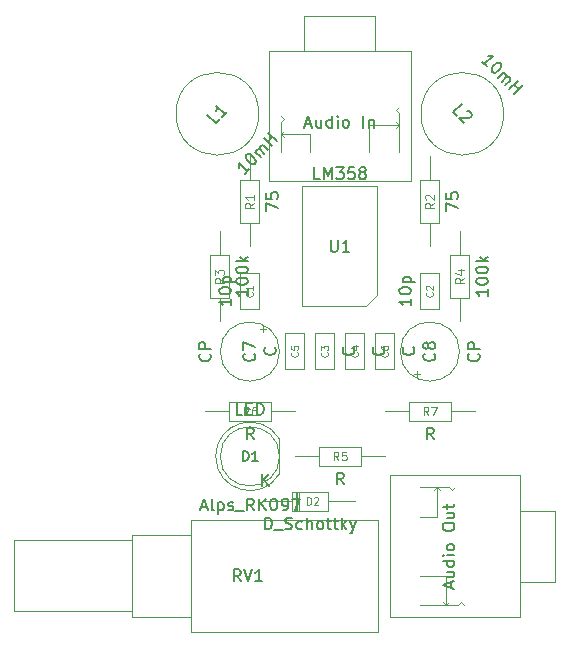
<source format=gbr>
G04 #@! TF.GenerationSoftware,KiCad,Pcbnew,5.0.1*
G04 #@! TF.CreationDate,2018-10-18T13:45:59+02:00*
G04 #@! TF.ProjectId,MicroFlux,4D6963726F466C75782E6B696361645F,rev?*
G04 #@! TF.SameCoordinates,Original*
G04 #@! TF.FileFunction,Other,Fab,Top*
%FSLAX46Y46*%
G04 Gerber Fmt 4.6, Leading zero omitted, Abs format (unit mm)*
G04 Created by KiCad (PCBNEW 5.0.1) date Thu 18 Oct 2018 01:45:59 PM CEST*
%MOMM*%
%LPD*%
G01*
G04 APERTURE LIST*
%ADD10C,0.100000*%
%ADD11C,0.050000*%
%ADD12C,0.150000*%
%ADD13C,0.200000*%
%ADD14C,0.108000*%
%ADD15C,0.091200*%
%ADD16C,0.090000*%
G04 APERTURE END LIST*
D10*
G04 #@! TO.C,D1*
X179030016Y-96320334D02*
G75*
G03X179030000Y-99259694I-2500016J-1469666D01*
G01*
X179030000Y-97790000D02*
G75*
G03X179030000Y-97790000I-2500000J0D01*
G01*
X179030000Y-99259694D02*
X179030000Y-96320306D01*
G04 #@! TO.C,R7*
X189970000Y-93180000D02*
X189970000Y-94780000D01*
X189970000Y-94780000D02*
X193570000Y-94780000D01*
X193570000Y-94780000D02*
X193570000Y-93180000D01*
X193570000Y-93180000D02*
X189970000Y-93180000D01*
X187960000Y-93980000D02*
X189970000Y-93980000D01*
X195580000Y-93980000D02*
X193570000Y-93980000D01*
G04 #@! TO.C,R1*
X176530000Y-72390000D02*
X176530000Y-74400000D01*
X176530000Y-80010000D02*
X176530000Y-78000000D01*
X175730000Y-74400000D02*
X175730000Y-78000000D01*
X177330000Y-74400000D02*
X175730000Y-74400000D01*
X177330000Y-78000000D02*
X177330000Y-74400000D01*
X175730000Y-78000000D02*
X177330000Y-78000000D01*
G04 #@! TO.C,R2*
X190970000Y-78000000D02*
X192570000Y-78000000D01*
X192570000Y-78000000D02*
X192570000Y-74400000D01*
X192570000Y-74400000D02*
X190970000Y-74400000D01*
X190970000Y-74400000D02*
X190970000Y-78000000D01*
X191770000Y-80010000D02*
X191770000Y-78000000D01*
X191770000Y-72390000D02*
X191770000Y-74400000D01*
G04 #@! TO.C,R3*
X173990000Y-78740000D02*
X173990000Y-80750000D01*
X173990000Y-86360000D02*
X173990000Y-84350000D01*
X173190000Y-80750000D02*
X173190000Y-84350000D01*
X174790000Y-80750000D02*
X173190000Y-80750000D01*
X174790000Y-84350000D02*
X174790000Y-80750000D01*
X173190000Y-84350000D02*
X174790000Y-84350000D01*
G04 #@! TO.C,R4*
X193510000Y-84350000D02*
X195110000Y-84350000D01*
X195110000Y-84350000D02*
X195110000Y-80750000D01*
X195110000Y-80750000D02*
X193510000Y-80750000D01*
X193510000Y-80750000D02*
X193510000Y-84350000D01*
X194310000Y-86360000D02*
X194310000Y-84350000D01*
X194310000Y-78740000D02*
X194310000Y-80750000D01*
G04 #@! TO.C,R5*
X187960000Y-97790000D02*
X185950000Y-97790000D01*
X180340000Y-97790000D02*
X182350000Y-97790000D01*
X185950000Y-96990000D02*
X182350000Y-96990000D01*
X185950000Y-98590000D02*
X185950000Y-96990000D01*
X182350000Y-98590000D02*
X185950000Y-98590000D01*
X182350000Y-96990000D02*
X182350000Y-98590000D01*
G04 #@! TO.C,R6*
X174730000Y-93180000D02*
X174730000Y-94780000D01*
X174730000Y-94780000D02*
X178330000Y-94780000D01*
X178330000Y-94780000D02*
X178330000Y-93180000D01*
X178330000Y-93180000D02*
X174730000Y-93180000D01*
X172720000Y-93980000D02*
X174730000Y-93980000D01*
X180340000Y-93980000D02*
X178330000Y-93980000D01*
G04 #@! TO.C,D2*
X180090000Y-100800000D02*
X180090000Y-102400000D01*
X180090000Y-102400000D02*
X183130000Y-102400000D01*
X183130000Y-102400000D02*
X183130000Y-100800000D01*
X183130000Y-100800000D02*
X180090000Y-100800000D01*
X177800000Y-101600000D02*
X180090000Y-101600000D01*
X185420000Y-101600000D02*
X183130000Y-101600000D01*
X180546000Y-100800000D02*
X180546000Y-102400000D01*
X180646000Y-100800000D02*
X180646000Y-102400000D01*
X180446000Y-100800000D02*
X180446000Y-102400000D01*
D11*
G04 #@! TO.C,J1*
X199390000Y-111410000D02*
X199390000Y-99410000D01*
X199390000Y-99410000D02*
X188390000Y-99410000D01*
X188390000Y-99410000D02*
X188390000Y-111410000D01*
X188390000Y-111410000D02*
X199390000Y-111410000D01*
X199390000Y-108410000D02*
X202390000Y-108410000D01*
X202390000Y-108410000D02*
X202390000Y-102410000D01*
X202390000Y-102410000D02*
X199390000Y-102410000D01*
X190890000Y-110410000D02*
X194140000Y-110410000D01*
X194140000Y-110410000D02*
X194390000Y-110160000D01*
X194390000Y-110160000D02*
X194640000Y-110410000D01*
X190890000Y-107910000D02*
X193140000Y-107910000D01*
X193140000Y-107910000D02*
X193140000Y-110410000D01*
X193140000Y-110410000D02*
X193390000Y-110160000D01*
X193140000Y-110410000D02*
X192890000Y-110160000D01*
X190890000Y-100410000D02*
X193390000Y-100410000D01*
X193390000Y-100410000D02*
X193640000Y-100660000D01*
X193640000Y-100660000D02*
X193890000Y-100410000D01*
X190890000Y-102910000D02*
X192390000Y-102910000D01*
X192390000Y-102910000D02*
X192390000Y-100410000D01*
X192640000Y-100660000D02*
X192390000Y-100410000D01*
X192390000Y-100410000D02*
X192140000Y-100660000D01*
G04 #@! TO.C,J2*
X190150000Y-63500000D02*
X178150000Y-63500000D01*
X178150000Y-63500000D02*
X178150000Y-74500000D01*
X178150000Y-74500000D02*
X190150000Y-74500000D01*
X190150000Y-74500000D02*
X190150000Y-63500000D01*
X187150000Y-63500000D02*
X187150000Y-60500000D01*
X187150000Y-60500000D02*
X181150000Y-60500000D01*
X181150000Y-60500000D02*
X181150000Y-63500000D01*
X189150000Y-72000000D02*
X189150000Y-68750000D01*
X189150000Y-68750000D02*
X188900000Y-68500000D01*
X188900000Y-68500000D02*
X189150000Y-68250000D01*
X186650000Y-72000000D02*
X186650000Y-69750000D01*
X186650000Y-69750000D02*
X189150000Y-69750000D01*
X189150000Y-69750000D02*
X188900000Y-69500000D01*
X189150000Y-69750000D02*
X188900000Y-70000000D01*
X179150000Y-72000000D02*
X179150000Y-69500000D01*
X179150000Y-69500000D02*
X179400000Y-69250000D01*
X179400000Y-69250000D02*
X179150000Y-69000000D01*
X181650000Y-72000000D02*
X181650000Y-70500000D01*
X181650000Y-70500000D02*
X179150000Y-70500000D01*
X179400000Y-70250000D02*
X179150000Y-70500000D01*
X179150000Y-70500000D02*
X179400000Y-70750000D01*
D10*
G04 #@! TO.C,L1*
X177280660Y-68789340D02*
G75*
G03X177280660Y-68789340I-3500000J0D01*
G01*
G04 #@! TO.C,L2*
X198019340Y-68789340D02*
G75*
G03X198019340Y-68789340I-3500000J0D01*
G01*
G04 #@! TO.C,C7*
X177867500Y-87036395D02*
X177367500Y-87036395D01*
X177617500Y-86786395D02*
X177617500Y-87286395D01*
X179030000Y-88920000D02*
G75*
G03X179030000Y-88920000I-2500000J0D01*
G01*
G04 #@! TO.C,C8*
X194270000Y-88920000D02*
G75*
G03X194270000Y-88920000I-2500000J0D01*
G01*
X190682500Y-91053605D02*
X190682500Y-90553605D01*
X190432500Y-90803605D02*
X190932500Y-90803605D01*
G04 #@! TO.C,C1*
X177330000Y-85300000D02*
X177330000Y-82300000D01*
X175730000Y-85300000D02*
X177330000Y-85300000D01*
X175730000Y-82300000D02*
X175730000Y-85300000D01*
X177330000Y-82300000D02*
X175730000Y-82300000D01*
G04 #@! TO.C,C2*
X192570000Y-82300000D02*
X190970000Y-82300000D01*
X190970000Y-82300000D02*
X190970000Y-85300000D01*
X190970000Y-85300000D02*
X192570000Y-85300000D01*
X192570000Y-85300000D02*
X192570000Y-82300000D01*
G04 #@! TO.C,C3*
X182080000Y-87380000D02*
X182080000Y-90380000D01*
X183680000Y-87380000D02*
X182080000Y-87380000D01*
X183680000Y-90380000D02*
X183680000Y-87380000D01*
X182080000Y-90380000D02*
X183680000Y-90380000D01*
G04 #@! TO.C,C4*
X184620000Y-90380000D02*
X186220000Y-90380000D01*
X186220000Y-90380000D02*
X186220000Y-87380000D01*
X186220000Y-87380000D02*
X184620000Y-87380000D01*
X184620000Y-87380000D02*
X184620000Y-90380000D01*
G04 #@! TO.C,C5*
X181140000Y-90380000D02*
X181140000Y-87380000D01*
X179540000Y-90380000D02*
X181140000Y-90380000D01*
X179540000Y-87380000D02*
X179540000Y-90380000D01*
X181140000Y-87380000D02*
X179540000Y-87380000D01*
G04 #@! TO.C,C6*
X187160000Y-90380000D02*
X188760000Y-90380000D01*
X188760000Y-90380000D02*
X188760000Y-87380000D01*
X188760000Y-87380000D02*
X187160000Y-87380000D01*
X187160000Y-87380000D02*
X187160000Y-90380000D01*
G04 #@! TO.C,U1*
X186325000Y-85090000D02*
X180975000Y-85090000D01*
X180975000Y-85090000D02*
X180975000Y-74930000D01*
X180975000Y-74930000D02*
X187325000Y-74930000D01*
X187325000Y-74930000D02*
X187325000Y-84090000D01*
X187325000Y-84090000D02*
X186325000Y-85090000D01*
G04 #@! TO.C,RV1*
X156570000Y-110910000D02*
X166570000Y-110910000D01*
X156570000Y-104910000D02*
X156570000Y-110910000D01*
X166570000Y-104910000D02*
X156570000Y-104910000D01*
X166570000Y-110910000D02*
X166570000Y-104910000D01*
X166570000Y-111410000D02*
X171570000Y-111410000D01*
X166570000Y-104410000D02*
X166570000Y-111410000D01*
X171570000Y-104410000D02*
X166570000Y-104410000D01*
X171570000Y-111410000D02*
X171570000Y-104410000D01*
X171570000Y-112660000D02*
X187370000Y-112660000D01*
X171570000Y-103160000D02*
X171570000Y-112660000D01*
X187370000Y-103160000D02*
X171570000Y-103160000D01*
X187370000Y-112660000D02*
X187370000Y-103160000D01*
G04 #@! TD*
G04 #@! TO.C,D1*
D12*
X175887142Y-94282380D02*
X175410952Y-94282380D01*
X175410952Y-93282380D01*
X176220476Y-93758571D02*
X176553809Y-93758571D01*
X176696666Y-94282380D02*
X176220476Y-94282380D01*
X176220476Y-93282380D01*
X176696666Y-93282380D01*
X177125238Y-94282380D02*
X177125238Y-93282380D01*
X177363333Y-93282380D01*
X177506190Y-93330000D01*
X177601428Y-93425238D01*
X177649047Y-93520476D01*
X177696666Y-93710952D01*
X177696666Y-93853809D01*
X177649047Y-94044285D01*
X177601428Y-94139523D01*
X177506190Y-94234761D01*
X177363333Y-94282380D01*
X177125238Y-94282380D01*
D13*
X175959523Y-98151904D02*
X175959523Y-97351904D01*
X176150000Y-97351904D01*
X176264285Y-97390000D01*
X176340476Y-97466190D01*
X176378571Y-97542380D01*
X176416666Y-97694761D01*
X176416666Y-97809047D01*
X176378571Y-97961428D01*
X176340476Y-98037619D01*
X176264285Y-98113809D01*
X176150000Y-98151904D01*
X175959523Y-98151904D01*
X177178571Y-98151904D02*
X176721428Y-98151904D01*
X176950000Y-98151904D02*
X176950000Y-97351904D01*
X176873809Y-97466190D01*
X176797619Y-97542380D01*
X176721428Y-97580476D01*
G04 #@! TO.C,R7*
D12*
X192079523Y-96352380D02*
X191746190Y-95876190D01*
X191508095Y-96352380D02*
X191508095Y-95352380D01*
X191889047Y-95352380D01*
X191984285Y-95400000D01*
X192031904Y-95447619D01*
X192079523Y-95542857D01*
X192079523Y-95685714D01*
X192031904Y-95780952D01*
X191984285Y-95828571D01*
X191889047Y-95876190D01*
X191508095Y-95876190D01*
D14*
X191650000Y-94305714D02*
X191410000Y-93962857D01*
X191238571Y-94305714D02*
X191238571Y-93585714D01*
X191512857Y-93585714D01*
X191581428Y-93620000D01*
X191615714Y-93654285D01*
X191650000Y-93722857D01*
X191650000Y-93825714D01*
X191615714Y-93894285D01*
X191581428Y-93928571D01*
X191512857Y-93962857D01*
X191238571Y-93962857D01*
X191890000Y-93585714D02*
X192370000Y-93585714D01*
X192061428Y-94305714D01*
G04 #@! TO.C,R1*
D12*
X177902380Y-77009523D02*
X177902380Y-76342857D01*
X178902380Y-76771428D01*
X177902380Y-75485714D02*
X177902380Y-75961904D01*
X178378571Y-76009523D01*
X178330952Y-75961904D01*
X178283333Y-75866666D01*
X178283333Y-75628571D01*
X178330952Y-75533333D01*
X178378571Y-75485714D01*
X178473809Y-75438095D01*
X178711904Y-75438095D01*
X178807142Y-75485714D01*
X178854761Y-75533333D01*
X178902380Y-75628571D01*
X178902380Y-75866666D01*
X178854761Y-75961904D01*
X178807142Y-76009523D01*
D14*
X176855714Y-76320000D02*
X176512857Y-76560000D01*
X176855714Y-76731428D02*
X176135714Y-76731428D01*
X176135714Y-76457142D01*
X176170000Y-76388571D01*
X176204285Y-76354285D01*
X176272857Y-76320000D01*
X176375714Y-76320000D01*
X176444285Y-76354285D01*
X176478571Y-76388571D01*
X176512857Y-76457142D01*
X176512857Y-76731428D01*
X176855714Y-75634285D02*
X176855714Y-76045714D01*
X176855714Y-75840000D02*
X176135714Y-75840000D01*
X176238571Y-75908571D01*
X176307142Y-75977142D01*
X176341428Y-76045714D01*
G04 #@! TO.C,R2*
D12*
X193142380Y-77009523D02*
X193142380Y-76342857D01*
X194142380Y-76771428D01*
X193142380Y-75485714D02*
X193142380Y-75961904D01*
X193618571Y-76009523D01*
X193570952Y-75961904D01*
X193523333Y-75866666D01*
X193523333Y-75628571D01*
X193570952Y-75533333D01*
X193618571Y-75485714D01*
X193713809Y-75438095D01*
X193951904Y-75438095D01*
X194047142Y-75485714D01*
X194094761Y-75533333D01*
X194142380Y-75628571D01*
X194142380Y-75866666D01*
X194094761Y-75961904D01*
X194047142Y-76009523D01*
D14*
X192095714Y-76320000D02*
X191752857Y-76560000D01*
X192095714Y-76731428D02*
X191375714Y-76731428D01*
X191375714Y-76457142D01*
X191410000Y-76388571D01*
X191444285Y-76354285D01*
X191512857Y-76320000D01*
X191615714Y-76320000D01*
X191684285Y-76354285D01*
X191718571Y-76388571D01*
X191752857Y-76457142D01*
X191752857Y-76731428D01*
X191444285Y-76045714D02*
X191410000Y-76011428D01*
X191375714Y-75942857D01*
X191375714Y-75771428D01*
X191410000Y-75702857D01*
X191444285Y-75668571D01*
X191512857Y-75634285D01*
X191581428Y-75634285D01*
X191684285Y-75668571D01*
X192095714Y-76080000D01*
X192095714Y-75634285D01*
G04 #@! TO.C,R3*
D12*
X176362380Y-83621428D02*
X176362380Y-84192857D01*
X176362380Y-83907142D02*
X175362380Y-83907142D01*
X175505238Y-84002380D01*
X175600476Y-84097619D01*
X175648095Y-84192857D01*
X175362380Y-83002380D02*
X175362380Y-82907142D01*
X175410000Y-82811904D01*
X175457619Y-82764285D01*
X175552857Y-82716666D01*
X175743333Y-82669047D01*
X175981428Y-82669047D01*
X176171904Y-82716666D01*
X176267142Y-82764285D01*
X176314761Y-82811904D01*
X176362380Y-82907142D01*
X176362380Y-83002380D01*
X176314761Y-83097619D01*
X176267142Y-83145238D01*
X176171904Y-83192857D01*
X175981428Y-83240476D01*
X175743333Y-83240476D01*
X175552857Y-83192857D01*
X175457619Y-83145238D01*
X175410000Y-83097619D01*
X175362380Y-83002380D01*
X175362380Y-82050000D02*
X175362380Y-81954761D01*
X175410000Y-81859523D01*
X175457619Y-81811904D01*
X175552857Y-81764285D01*
X175743333Y-81716666D01*
X175981428Y-81716666D01*
X176171904Y-81764285D01*
X176267142Y-81811904D01*
X176314761Y-81859523D01*
X176362380Y-81954761D01*
X176362380Y-82050000D01*
X176314761Y-82145238D01*
X176267142Y-82192857D01*
X176171904Y-82240476D01*
X175981428Y-82288095D01*
X175743333Y-82288095D01*
X175552857Y-82240476D01*
X175457619Y-82192857D01*
X175410000Y-82145238D01*
X175362380Y-82050000D01*
X176362380Y-81288095D02*
X175362380Y-81288095D01*
X175981428Y-81192857D02*
X176362380Y-80907142D01*
X175695714Y-80907142D02*
X176076666Y-81288095D01*
D14*
X174315714Y-82670000D02*
X173972857Y-82910000D01*
X174315714Y-83081428D02*
X173595714Y-83081428D01*
X173595714Y-82807142D01*
X173630000Y-82738571D01*
X173664285Y-82704285D01*
X173732857Y-82670000D01*
X173835714Y-82670000D01*
X173904285Y-82704285D01*
X173938571Y-82738571D01*
X173972857Y-82807142D01*
X173972857Y-83081428D01*
X173595714Y-82430000D02*
X173595714Y-81984285D01*
X173870000Y-82224285D01*
X173870000Y-82121428D01*
X173904285Y-82052857D01*
X173938571Y-82018571D01*
X174007142Y-81984285D01*
X174178571Y-81984285D01*
X174247142Y-82018571D01*
X174281428Y-82052857D01*
X174315714Y-82121428D01*
X174315714Y-82327142D01*
X174281428Y-82395714D01*
X174247142Y-82430000D01*
G04 #@! TO.C,R4*
D12*
X196682380Y-83621428D02*
X196682380Y-84192857D01*
X196682380Y-83907142D02*
X195682380Y-83907142D01*
X195825238Y-84002380D01*
X195920476Y-84097619D01*
X195968095Y-84192857D01*
X195682380Y-83002380D02*
X195682380Y-82907142D01*
X195730000Y-82811904D01*
X195777619Y-82764285D01*
X195872857Y-82716666D01*
X196063333Y-82669047D01*
X196301428Y-82669047D01*
X196491904Y-82716666D01*
X196587142Y-82764285D01*
X196634761Y-82811904D01*
X196682380Y-82907142D01*
X196682380Y-83002380D01*
X196634761Y-83097619D01*
X196587142Y-83145238D01*
X196491904Y-83192857D01*
X196301428Y-83240476D01*
X196063333Y-83240476D01*
X195872857Y-83192857D01*
X195777619Y-83145238D01*
X195730000Y-83097619D01*
X195682380Y-83002380D01*
X195682380Y-82050000D02*
X195682380Y-81954761D01*
X195730000Y-81859523D01*
X195777619Y-81811904D01*
X195872857Y-81764285D01*
X196063333Y-81716666D01*
X196301428Y-81716666D01*
X196491904Y-81764285D01*
X196587142Y-81811904D01*
X196634761Y-81859523D01*
X196682380Y-81954761D01*
X196682380Y-82050000D01*
X196634761Y-82145238D01*
X196587142Y-82192857D01*
X196491904Y-82240476D01*
X196301428Y-82288095D01*
X196063333Y-82288095D01*
X195872857Y-82240476D01*
X195777619Y-82192857D01*
X195730000Y-82145238D01*
X195682380Y-82050000D01*
X196682380Y-81288095D02*
X195682380Y-81288095D01*
X196301428Y-81192857D02*
X196682380Y-80907142D01*
X196015714Y-80907142D02*
X196396666Y-81288095D01*
D14*
X194635714Y-82670000D02*
X194292857Y-82910000D01*
X194635714Y-83081428D02*
X193915714Y-83081428D01*
X193915714Y-82807142D01*
X193950000Y-82738571D01*
X193984285Y-82704285D01*
X194052857Y-82670000D01*
X194155714Y-82670000D01*
X194224285Y-82704285D01*
X194258571Y-82738571D01*
X194292857Y-82807142D01*
X194292857Y-83081428D01*
X194155714Y-82052857D02*
X194635714Y-82052857D01*
X193881428Y-82224285D02*
X194395714Y-82395714D01*
X194395714Y-81950000D01*
G04 #@! TO.C,R5*
D12*
X184459523Y-100162380D02*
X184126190Y-99686190D01*
X183888095Y-100162380D02*
X183888095Y-99162380D01*
X184269047Y-99162380D01*
X184364285Y-99210000D01*
X184411904Y-99257619D01*
X184459523Y-99352857D01*
X184459523Y-99495714D01*
X184411904Y-99590952D01*
X184364285Y-99638571D01*
X184269047Y-99686190D01*
X183888095Y-99686190D01*
D14*
X184030000Y-98115714D02*
X183790000Y-97772857D01*
X183618571Y-98115714D02*
X183618571Y-97395714D01*
X183892857Y-97395714D01*
X183961428Y-97430000D01*
X183995714Y-97464285D01*
X184030000Y-97532857D01*
X184030000Y-97635714D01*
X183995714Y-97704285D01*
X183961428Y-97738571D01*
X183892857Y-97772857D01*
X183618571Y-97772857D01*
X184681428Y-97395714D02*
X184338571Y-97395714D01*
X184304285Y-97738571D01*
X184338571Y-97704285D01*
X184407142Y-97670000D01*
X184578571Y-97670000D01*
X184647142Y-97704285D01*
X184681428Y-97738571D01*
X184715714Y-97807142D01*
X184715714Y-97978571D01*
X184681428Y-98047142D01*
X184647142Y-98081428D01*
X184578571Y-98115714D01*
X184407142Y-98115714D01*
X184338571Y-98081428D01*
X184304285Y-98047142D01*
G04 #@! TO.C,R6*
D12*
X176839523Y-96352380D02*
X176506190Y-95876190D01*
X176268095Y-96352380D02*
X176268095Y-95352380D01*
X176649047Y-95352380D01*
X176744285Y-95400000D01*
X176791904Y-95447619D01*
X176839523Y-95542857D01*
X176839523Y-95685714D01*
X176791904Y-95780952D01*
X176744285Y-95828571D01*
X176649047Y-95876190D01*
X176268095Y-95876190D01*
D14*
X176410000Y-94305714D02*
X176170000Y-93962857D01*
X175998571Y-94305714D02*
X175998571Y-93585714D01*
X176272857Y-93585714D01*
X176341428Y-93620000D01*
X176375714Y-93654285D01*
X176410000Y-93722857D01*
X176410000Y-93825714D01*
X176375714Y-93894285D01*
X176341428Y-93928571D01*
X176272857Y-93962857D01*
X175998571Y-93962857D01*
X177027142Y-93585714D02*
X176890000Y-93585714D01*
X176821428Y-93620000D01*
X176787142Y-93654285D01*
X176718571Y-93757142D01*
X176684285Y-93894285D01*
X176684285Y-94168571D01*
X176718571Y-94237142D01*
X176752857Y-94271428D01*
X176821428Y-94305714D01*
X176958571Y-94305714D01*
X177027142Y-94271428D01*
X177061428Y-94237142D01*
X177095714Y-94168571D01*
X177095714Y-93997142D01*
X177061428Y-93928571D01*
X177027142Y-93894285D01*
X176958571Y-93860000D01*
X176821428Y-93860000D01*
X176752857Y-93894285D01*
X176718571Y-93928571D01*
X176684285Y-93997142D01*
G04 #@! TO.C,D2*
D12*
X177800476Y-103972380D02*
X177800476Y-102972380D01*
X178038571Y-102972380D01*
X178181428Y-103020000D01*
X178276666Y-103115238D01*
X178324285Y-103210476D01*
X178371904Y-103400952D01*
X178371904Y-103543809D01*
X178324285Y-103734285D01*
X178276666Y-103829523D01*
X178181428Y-103924761D01*
X178038571Y-103972380D01*
X177800476Y-103972380D01*
X178562380Y-104067619D02*
X179324285Y-104067619D01*
X179514761Y-103924761D02*
X179657619Y-103972380D01*
X179895714Y-103972380D01*
X179990952Y-103924761D01*
X180038571Y-103877142D01*
X180086190Y-103781904D01*
X180086190Y-103686666D01*
X180038571Y-103591428D01*
X179990952Y-103543809D01*
X179895714Y-103496190D01*
X179705238Y-103448571D01*
X179610000Y-103400952D01*
X179562380Y-103353333D01*
X179514761Y-103258095D01*
X179514761Y-103162857D01*
X179562380Y-103067619D01*
X179610000Y-103020000D01*
X179705238Y-102972380D01*
X179943333Y-102972380D01*
X180086190Y-103020000D01*
X180943333Y-103924761D02*
X180848095Y-103972380D01*
X180657619Y-103972380D01*
X180562380Y-103924761D01*
X180514761Y-103877142D01*
X180467142Y-103781904D01*
X180467142Y-103496190D01*
X180514761Y-103400952D01*
X180562380Y-103353333D01*
X180657619Y-103305714D01*
X180848095Y-103305714D01*
X180943333Y-103353333D01*
X181371904Y-103972380D02*
X181371904Y-102972380D01*
X181800476Y-103972380D02*
X181800476Y-103448571D01*
X181752857Y-103353333D01*
X181657619Y-103305714D01*
X181514761Y-103305714D01*
X181419523Y-103353333D01*
X181371904Y-103400952D01*
X182419523Y-103972380D02*
X182324285Y-103924761D01*
X182276666Y-103877142D01*
X182229047Y-103781904D01*
X182229047Y-103496190D01*
X182276666Y-103400952D01*
X182324285Y-103353333D01*
X182419523Y-103305714D01*
X182562380Y-103305714D01*
X182657619Y-103353333D01*
X182705238Y-103400952D01*
X182752857Y-103496190D01*
X182752857Y-103781904D01*
X182705238Y-103877142D01*
X182657619Y-103924761D01*
X182562380Y-103972380D01*
X182419523Y-103972380D01*
X183038571Y-103305714D02*
X183419523Y-103305714D01*
X183181428Y-102972380D02*
X183181428Y-103829523D01*
X183229047Y-103924761D01*
X183324285Y-103972380D01*
X183419523Y-103972380D01*
X183610000Y-103305714D02*
X183990952Y-103305714D01*
X183752857Y-102972380D02*
X183752857Y-103829523D01*
X183800476Y-103924761D01*
X183895714Y-103972380D01*
X183990952Y-103972380D01*
X184324285Y-103972380D02*
X184324285Y-102972380D01*
X184419523Y-103591428D02*
X184705238Y-103972380D01*
X184705238Y-103305714D02*
X184324285Y-103686666D01*
X185038571Y-103305714D02*
X185276666Y-103972380D01*
X185514761Y-103305714D02*
X185276666Y-103972380D01*
X185181428Y-104210476D01*
X185133809Y-104258095D01*
X185038571Y-104305714D01*
D15*
X181389238Y-101875047D02*
X181389238Y-101267047D01*
X181534000Y-101267047D01*
X181620857Y-101296000D01*
X181678761Y-101353904D01*
X181707714Y-101411809D01*
X181736666Y-101527619D01*
X181736666Y-101614476D01*
X181707714Y-101730285D01*
X181678761Y-101788190D01*
X181620857Y-101846095D01*
X181534000Y-101875047D01*
X181389238Y-101875047D01*
X181968285Y-101324952D02*
X181997238Y-101296000D01*
X182055142Y-101267047D01*
X182199904Y-101267047D01*
X182257809Y-101296000D01*
X182286761Y-101324952D01*
X182315714Y-101382857D01*
X182315714Y-101440761D01*
X182286761Y-101527619D01*
X181939333Y-101875047D01*
X182315714Y-101875047D01*
D12*
X177538095Y-100302380D02*
X177538095Y-99302380D01*
X178109523Y-100302380D02*
X177680952Y-99730952D01*
X178109523Y-99302380D02*
X177538095Y-99873809D01*
G04 #@! TO.C,J1*
X193556666Y-108886190D02*
X193556666Y-108410000D01*
X193842380Y-108981428D02*
X192842380Y-108648095D01*
X193842380Y-108314761D01*
X193175714Y-107552857D02*
X193842380Y-107552857D01*
X193175714Y-107981428D02*
X193699523Y-107981428D01*
X193794761Y-107933809D01*
X193842380Y-107838571D01*
X193842380Y-107695714D01*
X193794761Y-107600476D01*
X193747142Y-107552857D01*
X193842380Y-106648095D02*
X192842380Y-106648095D01*
X193794761Y-106648095D02*
X193842380Y-106743333D01*
X193842380Y-106933809D01*
X193794761Y-107029047D01*
X193747142Y-107076666D01*
X193651904Y-107124285D01*
X193366190Y-107124285D01*
X193270952Y-107076666D01*
X193223333Y-107029047D01*
X193175714Y-106933809D01*
X193175714Y-106743333D01*
X193223333Y-106648095D01*
X193842380Y-106171904D02*
X193175714Y-106171904D01*
X192842380Y-106171904D02*
X192890000Y-106219523D01*
X192937619Y-106171904D01*
X192890000Y-106124285D01*
X192842380Y-106171904D01*
X192937619Y-106171904D01*
X193842380Y-105552857D02*
X193794761Y-105648095D01*
X193747142Y-105695714D01*
X193651904Y-105743333D01*
X193366190Y-105743333D01*
X193270952Y-105695714D01*
X193223333Y-105648095D01*
X193175714Y-105552857D01*
X193175714Y-105410000D01*
X193223333Y-105314761D01*
X193270952Y-105267142D01*
X193366190Y-105219523D01*
X193651904Y-105219523D01*
X193747142Y-105267142D01*
X193794761Y-105314761D01*
X193842380Y-105410000D01*
X193842380Y-105552857D01*
X192842380Y-103838571D02*
X192842380Y-103648095D01*
X192890000Y-103552857D01*
X192985238Y-103457619D01*
X193175714Y-103410000D01*
X193509047Y-103410000D01*
X193699523Y-103457619D01*
X193794761Y-103552857D01*
X193842380Y-103648095D01*
X193842380Y-103838571D01*
X193794761Y-103933809D01*
X193699523Y-104029047D01*
X193509047Y-104076666D01*
X193175714Y-104076666D01*
X192985238Y-104029047D01*
X192890000Y-103933809D01*
X192842380Y-103838571D01*
X193175714Y-102552857D02*
X193842380Y-102552857D01*
X193175714Y-102981428D02*
X193699523Y-102981428D01*
X193794761Y-102933809D01*
X193842380Y-102838571D01*
X193842380Y-102695714D01*
X193794761Y-102600476D01*
X193747142Y-102552857D01*
X193175714Y-102219523D02*
X193175714Y-101838571D01*
X192842380Y-102076666D02*
X193699523Y-102076666D01*
X193794761Y-102029047D01*
X193842380Y-101933809D01*
X193842380Y-101838571D01*
G04 #@! TO.C,J2*
X181245238Y-69666666D02*
X181721428Y-69666666D01*
X181150000Y-69952380D02*
X181483333Y-68952380D01*
X181816666Y-69952380D01*
X182578571Y-69285714D02*
X182578571Y-69952380D01*
X182150000Y-69285714D02*
X182150000Y-69809523D01*
X182197619Y-69904761D01*
X182292857Y-69952380D01*
X182435714Y-69952380D01*
X182530952Y-69904761D01*
X182578571Y-69857142D01*
X183483333Y-69952380D02*
X183483333Y-68952380D01*
X183483333Y-69904761D02*
X183388095Y-69952380D01*
X183197619Y-69952380D01*
X183102380Y-69904761D01*
X183054761Y-69857142D01*
X183007142Y-69761904D01*
X183007142Y-69476190D01*
X183054761Y-69380952D01*
X183102380Y-69333333D01*
X183197619Y-69285714D01*
X183388095Y-69285714D01*
X183483333Y-69333333D01*
X183959523Y-69952380D02*
X183959523Y-69285714D01*
X183959523Y-68952380D02*
X183911904Y-69000000D01*
X183959523Y-69047619D01*
X184007142Y-69000000D01*
X183959523Y-68952380D01*
X183959523Y-69047619D01*
X184578571Y-69952380D02*
X184483333Y-69904761D01*
X184435714Y-69857142D01*
X184388095Y-69761904D01*
X184388095Y-69476190D01*
X184435714Y-69380952D01*
X184483333Y-69333333D01*
X184578571Y-69285714D01*
X184721428Y-69285714D01*
X184816666Y-69333333D01*
X184864285Y-69380952D01*
X184911904Y-69476190D01*
X184911904Y-69761904D01*
X184864285Y-69857142D01*
X184816666Y-69904761D01*
X184721428Y-69952380D01*
X184578571Y-69952380D01*
X186102380Y-69952380D02*
X186102380Y-68952380D01*
X186578571Y-69285714D02*
X186578571Y-69952380D01*
X186578571Y-69380952D02*
X186626190Y-69333333D01*
X186721428Y-69285714D01*
X186864285Y-69285714D01*
X186959523Y-69333333D01*
X187007142Y-69428571D01*
X187007142Y-69952380D01*
G04 #@! TO.C,L1*
X176482817Y-73444459D02*
X176078756Y-73848520D01*
X176280787Y-73646489D02*
X175573680Y-72939383D01*
X175607352Y-73107741D01*
X175607352Y-73242428D01*
X175573680Y-73343444D01*
X176213443Y-72299619D02*
X176280787Y-72232276D01*
X176381802Y-72198604D01*
X176449146Y-72198604D01*
X176550161Y-72232276D01*
X176718520Y-72333291D01*
X176886878Y-72501650D01*
X176987894Y-72670009D01*
X177021565Y-72771024D01*
X177021565Y-72838367D01*
X176987894Y-72939383D01*
X176920550Y-73006726D01*
X176819535Y-73040398D01*
X176752191Y-73040398D01*
X176651176Y-73006726D01*
X176482817Y-72905711D01*
X176314459Y-72737352D01*
X176213443Y-72568993D01*
X176179772Y-72467978D01*
X176179772Y-72400635D01*
X176213443Y-72299619D01*
X177459298Y-72467978D02*
X176987894Y-71996574D01*
X177055237Y-72063917D02*
X177055237Y-71996574D01*
X177088909Y-71895558D01*
X177189924Y-71794543D01*
X177290939Y-71760871D01*
X177391955Y-71794543D01*
X177762344Y-72164932D01*
X177391955Y-71794543D02*
X177358283Y-71693528D01*
X177391955Y-71592513D01*
X177492970Y-71491497D01*
X177593985Y-71457826D01*
X177695000Y-71491497D01*
X178065390Y-71861887D01*
X178402107Y-71525169D02*
X177695000Y-70818062D01*
X178031718Y-71154780D02*
X178435779Y-70750719D01*
X178806168Y-71121108D02*
X178099061Y-70414001D01*
X173982690Y-69227072D02*
X173645972Y-69563790D01*
X172938866Y-68856683D01*
X174588782Y-68620981D02*
X174184721Y-69025042D01*
X174386751Y-68823011D02*
X173679644Y-68115904D01*
X173713316Y-68284263D01*
X173713316Y-68418950D01*
X173679644Y-68519965D01*
G04 #@! TO.C,L2*
X196581734Y-64773983D02*
X196177673Y-64369922D01*
X196379704Y-64571953D02*
X197086810Y-63864846D01*
X196918452Y-63898518D01*
X196783765Y-63898518D01*
X196682749Y-63864846D01*
X197726574Y-64504609D02*
X197793917Y-64571953D01*
X197827589Y-64672968D01*
X197827589Y-64740312D01*
X197793917Y-64841327D01*
X197692902Y-65009686D01*
X197524543Y-65178044D01*
X197356184Y-65279060D01*
X197255169Y-65312731D01*
X197187826Y-65312731D01*
X197086810Y-65279060D01*
X197019467Y-65211716D01*
X196985795Y-65110701D01*
X196985795Y-65043357D01*
X197019467Y-64942342D01*
X197120482Y-64773983D01*
X197288841Y-64605625D01*
X197457200Y-64504609D01*
X197558215Y-64470938D01*
X197625558Y-64470938D01*
X197726574Y-64504609D01*
X197558215Y-65750464D02*
X198029619Y-65279060D01*
X197962276Y-65346403D02*
X198029619Y-65346403D01*
X198130635Y-65380075D01*
X198231650Y-65481090D01*
X198265322Y-65582105D01*
X198231650Y-65683121D01*
X197861261Y-66053510D01*
X198231650Y-65683121D02*
X198332665Y-65649449D01*
X198433680Y-65683121D01*
X198534696Y-65784136D01*
X198568367Y-65885151D01*
X198534696Y-65986166D01*
X198164306Y-66356556D01*
X198501024Y-66693273D02*
X199208131Y-65986166D01*
X198871413Y-66322884D02*
X199275474Y-66726945D01*
X198905085Y-67097334D02*
X199612192Y-66390227D01*
X194081607Y-68991370D02*
X193744889Y-68654652D01*
X194451996Y-67947546D01*
X194923401Y-68553637D02*
X194990744Y-68553637D01*
X195091759Y-68587309D01*
X195260118Y-68755668D01*
X195293790Y-68856683D01*
X195293790Y-68924027D01*
X195260118Y-69025042D01*
X195192775Y-69092385D01*
X195058088Y-69159729D01*
X194249965Y-69159729D01*
X194687698Y-69597462D01*
G04 #@! TO.C,C7*
X173137142Y-89110476D02*
X173184761Y-89158095D01*
X173232380Y-89300952D01*
X173232380Y-89396190D01*
X173184761Y-89539047D01*
X173089523Y-89634285D01*
X172994285Y-89681904D01*
X172803809Y-89729523D01*
X172660952Y-89729523D01*
X172470476Y-89681904D01*
X172375238Y-89634285D01*
X172280000Y-89539047D01*
X172232380Y-89396190D01*
X172232380Y-89300952D01*
X172280000Y-89158095D01*
X172327619Y-89110476D01*
X173232380Y-88681904D02*
X172232380Y-88681904D01*
X172232380Y-88300952D01*
X172280000Y-88205714D01*
X172327619Y-88158095D01*
X172422857Y-88110476D01*
X172565714Y-88110476D01*
X172660952Y-88158095D01*
X172708571Y-88205714D01*
X172756190Y-88300952D01*
X172756190Y-88681904D01*
X176887142Y-89086666D02*
X176934761Y-89134285D01*
X176982380Y-89277142D01*
X176982380Y-89372380D01*
X176934761Y-89515238D01*
X176839523Y-89610476D01*
X176744285Y-89658095D01*
X176553809Y-89705714D01*
X176410952Y-89705714D01*
X176220476Y-89658095D01*
X176125238Y-89610476D01*
X176030000Y-89515238D01*
X175982380Y-89372380D01*
X175982380Y-89277142D01*
X176030000Y-89134285D01*
X176077619Y-89086666D01*
X175982380Y-88753333D02*
X175982380Y-88086666D01*
X176982380Y-88515238D01*
G04 #@! TO.C,C8*
X195877142Y-89110476D02*
X195924761Y-89158095D01*
X195972380Y-89300952D01*
X195972380Y-89396190D01*
X195924761Y-89539047D01*
X195829523Y-89634285D01*
X195734285Y-89681904D01*
X195543809Y-89729523D01*
X195400952Y-89729523D01*
X195210476Y-89681904D01*
X195115238Y-89634285D01*
X195020000Y-89539047D01*
X194972380Y-89396190D01*
X194972380Y-89300952D01*
X195020000Y-89158095D01*
X195067619Y-89110476D01*
X195972380Y-88681904D02*
X194972380Y-88681904D01*
X194972380Y-88300952D01*
X195020000Y-88205714D01*
X195067619Y-88158095D01*
X195162857Y-88110476D01*
X195305714Y-88110476D01*
X195400952Y-88158095D01*
X195448571Y-88205714D01*
X195496190Y-88300952D01*
X195496190Y-88681904D01*
X192127142Y-89086666D02*
X192174761Y-89134285D01*
X192222380Y-89277142D01*
X192222380Y-89372380D01*
X192174761Y-89515238D01*
X192079523Y-89610476D01*
X191984285Y-89658095D01*
X191793809Y-89705714D01*
X191650952Y-89705714D01*
X191460476Y-89658095D01*
X191365238Y-89610476D01*
X191270000Y-89515238D01*
X191222380Y-89372380D01*
X191222380Y-89277142D01*
X191270000Y-89134285D01*
X191317619Y-89086666D01*
X191650952Y-88515238D02*
X191603333Y-88610476D01*
X191555714Y-88658095D01*
X191460476Y-88705714D01*
X191412857Y-88705714D01*
X191317619Y-88658095D01*
X191270000Y-88610476D01*
X191222380Y-88515238D01*
X191222380Y-88324761D01*
X191270000Y-88229523D01*
X191317619Y-88181904D01*
X191412857Y-88134285D01*
X191460476Y-88134285D01*
X191555714Y-88181904D01*
X191603333Y-88229523D01*
X191650952Y-88324761D01*
X191650952Y-88515238D01*
X191698571Y-88610476D01*
X191746190Y-88658095D01*
X191841428Y-88705714D01*
X192031904Y-88705714D01*
X192127142Y-88658095D01*
X192174761Y-88610476D01*
X192222380Y-88515238D01*
X192222380Y-88324761D01*
X192174761Y-88229523D01*
X192127142Y-88181904D01*
X192031904Y-88134285D01*
X191841428Y-88134285D01*
X191746190Y-88181904D01*
X191698571Y-88229523D01*
X191650952Y-88324761D01*
G04 #@! TO.C,C1*
X174932380Y-84442857D02*
X174932380Y-85014285D01*
X174932380Y-84728571D02*
X173932380Y-84728571D01*
X174075238Y-84823809D01*
X174170476Y-84919047D01*
X174218095Y-85014285D01*
X173932380Y-83823809D02*
X173932380Y-83728571D01*
X173980000Y-83633333D01*
X174027619Y-83585714D01*
X174122857Y-83538095D01*
X174313333Y-83490476D01*
X174551428Y-83490476D01*
X174741904Y-83538095D01*
X174837142Y-83585714D01*
X174884761Y-83633333D01*
X174932380Y-83728571D01*
X174932380Y-83823809D01*
X174884761Y-83919047D01*
X174837142Y-83966666D01*
X174741904Y-84014285D01*
X174551428Y-84061904D01*
X174313333Y-84061904D01*
X174122857Y-84014285D01*
X174027619Y-83966666D01*
X173980000Y-83919047D01*
X173932380Y-83823809D01*
X174265714Y-83061904D02*
X175265714Y-83061904D01*
X174313333Y-83061904D02*
X174265714Y-82966666D01*
X174265714Y-82776190D01*
X174313333Y-82680952D01*
X174360952Y-82633333D01*
X174456190Y-82585714D01*
X174741904Y-82585714D01*
X174837142Y-82633333D01*
X174884761Y-82680952D01*
X174932380Y-82776190D01*
X174932380Y-82966666D01*
X174884761Y-83061904D01*
D16*
X176744285Y-83900000D02*
X176772857Y-83928571D01*
X176801428Y-84014285D01*
X176801428Y-84071428D01*
X176772857Y-84157142D01*
X176715714Y-84214285D01*
X176658571Y-84242857D01*
X176544285Y-84271428D01*
X176458571Y-84271428D01*
X176344285Y-84242857D01*
X176287142Y-84214285D01*
X176230000Y-84157142D01*
X176201428Y-84071428D01*
X176201428Y-84014285D01*
X176230000Y-83928571D01*
X176258571Y-83900000D01*
X176801428Y-83328571D02*
X176801428Y-83671428D01*
X176801428Y-83500000D02*
X176201428Y-83500000D01*
X176287142Y-83557142D01*
X176344285Y-83614285D01*
X176372857Y-83671428D01*
G04 #@! TO.C,C2*
D12*
X190172380Y-84442857D02*
X190172380Y-85014285D01*
X190172380Y-84728571D02*
X189172380Y-84728571D01*
X189315238Y-84823809D01*
X189410476Y-84919047D01*
X189458095Y-85014285D01*
X189172380Y-83823809D02*
X189172380Y-83728571D01*
X189220000Y-83633333D01*
X189267619Y-83585714D01*
X189362857Y-83538095D01*
X189553333Y-83490476D01*
X189791428Y-83490476D01*
X189981904Y-83538095D01*
X190077142Y-83585714D01*
X190124761Y-83633333D01*
X190172380Y-83728571D01*
X190172380Y-83823809D01*
X190124761Y-83919047D01*
X190077142Y-83966666D01*
X189981904Y-84014285D01*
X189791428Y-84061904D01*
X189553333Y-84061904D01*
X189362857Y-84014285D01*
X189267619Y-83966666D01*
X189220000Y-83919047D01*
X189172380Y-83823809D01*
X189505714Y-83061904D02*
X190505714Y-83061904D01*
X189553333Y-83061904D02*
X189505714Y-82966666D01*
X189505714Y-82776190D01*
X189553333Y-82680952D01*
X189600952Y-82633333D01*
X189696190Y-82585714D01*
X189981904Y-82585714D01*
X190077142Y-82633333D01*
X190124761Y-82680952D01*
X190172380Y-82776190D01*
X190172380Y-82966666D01*
X190124761Y-83061904D01*
D16*
X191984285Y-83900000D02*
X192012857Y-83928571D01*
X192041428Y-84014285D01*
X192041428Y-84071428D01*
X192012857Y-84157142D01*
X191955714Y-84214285D01*
X191898571Y-84242857D01*
X191784285Y-84271428D01*
X191698571Y-84271428D01*
X191584285Y-84242857D01*
X191527142Y-84214285D01*
X191470000Y-84157142D01*
X191441428Y-84071428D01*
X191441428Y-84014285D01*
X191470000Y-83928571D01*
X191498571Y-83900000D01*
X191498571Y-83671428D02*
X191470000Y-83642857D01*
X191441428Y-83585714D01*
X191441428Y-83442857D01*
X191470000Y-83385714D01*
X191498571Y-83357142D01*
X191555714Y-83328571D01*
X191612857Y-83328571D01*
X191698571Y-83357142D01*
X192041428Y-83700000D01*
X192041428Y-83328571D01*
G04 #@! TO.C,C3*
D12*
X185287142Y-88570476D02*
X185334761Y-88618095D01*
X185382380Y-88760952D01*
X185382380Y-88856190D01*
X185334761Y-88999047D01*
X185239523Y-89094285D01*
X185144285Y-89141904D01*
X184953809Y-89189523D01*
X184810952Y-89189523D01*
X184620476Y-89141904D01*
X184525238Y-89094285D01*
X184430000Y-88999047D01*
X184382380Y-88856190D01*
X184382380Y-88760952D01*
X184430000Y-88618095D01*
X184477619Y-88570476D01*
D16*
X183094285Y-88980000D02*
X183122857Y-89008571D01*
X183151428Y-89094285D01*
X183151428Y-89151428D01*
X183122857Y-89237142D01*
X183065714Y-89294285D01*
X183008571Y-89322857D01*
X182894285Y-89351428D01*
X182808571Y-89351428D01*
X182694285Y-89322857D01*
X182637142Y-89294285D01*
X182580000Y-89237142D01*
X182551428Y-89151428D01*
X182551428Y-89094285D01*
X182580000Y-89008571D01*
X182608571Y-88980000D01*
X182551428Y-88780000D02*
X182551428Y-88408571D01*
X182780000Y-88608571D01*
X182780000Y-88522857D01*
X182808571Y-88465714D01*
X182837142Y-88437142D01*
X182894285Y-88408571D01*
X183037142Y-88408571D01*
X183094285Y-88437142D01*
X183122857Y-88465714D01*
X183151428Y-88522857D01*
X183151428Y-88694285D01*
X183122857Y-88751428D01*
X183094285Y-88780000D01*
G04 #@! TO.C,C4*
D12*
X187827142Y-88570476D02*
X187874761Y-88618095D01*
X187922380Y-88760952D01*
X187922380Y-88856190D01*
X187874761Y-88999047D01*
X187779523Y-89094285D01*
X187684285Y-89141904D01*
X187493809Y-89189523D01*
X187350952Y-89189523D01*
X187160476Y-89141904D01*
X187065238Y-89094285D01*
X186970000Y-88999047D01*
X186922380Y-88856190D01*
X186922380Y-88760952D01*
X186970000Y-88618095D01*
X187017619Y-88570476D01*
D16*
X185634285Y-88980000D02*
X185662857Y-89008571D01*
X185691428Y-89094285D01*
X185691428Y-89151428D01*
X185662857Y-89237142D01*
X185605714Y-89294285D01*
X185548571Y-89322857D01*
X185434285Y-89351428D01*
X185348571Y-89351428D01*
X185234285Y-89322857D01*
X185177142Y-89294285D01*
X185120000Y-89237142D01*
X185091428Y-89151428D01*
X185091428Y-89094285D01*
X185120000Y-89008571D01*
X185148571Y-88980000D01*
X185291428Y-88465714D02*
X185691428Y-88465714D01*
X185062857Y-88608571D02*
X185491428Y-88751428D01*
X185491428Y-88380000D01*
G04 #@! TO.C,C5*
D12*
X178647142Y-88570476D02*
X178694761Y-88618095D01*
X178742380Y-88760952D01*
X178742380Y-88856190D01*
X178694761Y-88999047D01*
X178599523Y-89094285D01*
X178504285Y-89141904D01*
X178313809Y-89189523D01*
X178170952Y-89189523D01*
X177980476Y-89141904D01*
X177885238Y-89094285D01*
X177790000Y-88999047D01*
X177742380Y-88856190D01*
X177742380Y-88760952D01*
X177790000Y-88618095D01*
X177837619Y-88570476D01*
D16*
X180554285Y-88980000D02*
X180582857Y-89008571D01*
X180611428Y-89094285D01*
X180611428Y-89151428D01*
X180582857Y-89237142D01*
X180525714Y-89294285D01*
X180468571Y-89322857D01*
X180354285Y-89351428D01*
X180268571Y-89351428D01*
X180154285Y-89322857D01*
X180097142Y-89294285D01*
X180040000Y-89237142D01*
X180011428Y-89151428D01*
X180011428Y-89094285D01*
X180040000Y-89008571D01*
X180068571Y-88980000D01*
X180011428Y-88437142D02*
X180011428Y-88722857D01*
X180297142Y-88751428D01*
X180268571Y-88722857D01*
X180240000Y-88665714D01*
X180240000Y-88522857D01*
X180268571Y-88465714D01*
X180297142Y-88437142D01*
X180354285Y-88408571D01*
X180497142Y-88408571D01*
X180554285Y-88437142D01*
X180582857Y-88465714D01*
X180611428Y-88522857D01*
X180611428Y-88665714D01*
X180582857Y-88722857D01*
X180554285Y-88751428D01*
G04 #@! TO.C,C6*
D12*
X190367142Y-88570476D02*
X190414761Y-88618095D01*
X190462380Y-88760952D01*
X190462380Y-88856190D01*
X190414761Y-88999047D01*
X190319523Y-89094285D01*
X190224285Y-89141904D01*
X190033809Y-89189523D01*
X189890952Y-89189523D01*
X189700476Y-89141904D01*
X189605238Y-89094285D01*
X189510000Y-88999047D01*
X189462380Y-88856190D01*
X189462380Y-88760952D01*
X189510000Y-88618095D01*
X189557619Y-88570476D01*
D16*
X188174285Y-88980000D02*
X188202857Y-89008571D01*
X188231428Y-89094285D01*
X188231428Y-89151428D01*
X188202857Y-89237142D01*
X188145714Y-89294285D01*
X188088571Y-89322857D01*
X187974285Y-89351428D01*
X187888571Y-89351428D01*
X187774285Y-89322857D01*
X187717142Y-89294285D01*
X187660000Y-89237142D01*
X187631428Y-89151428D01*
X187631428Y-89094285D01*
X187660000Y-89008571D01*
X187688571Y-88980000D01*
X187631428Y-88465714D02*
X187631428Y-88580000D01*
X187660000Y-88637142D01*
X187688571Y-88665714D01*
X187774285Y-88722857D01*
X187888571Y-88751428D01*
X188117142Y-88751428D01*
X188174285Y-88722857D01*
X188202857Y-88694285D01*
X188231428Y-88637142D01*
X188231428Y-88522857D01*
X188202857Y-88465714D01*
X188174285Y-88437142D01*
X188117142Y-88408571D01*
X187974285Y-88408571D01*
X187917142Y-88437142D01*
X187888571Y-88465714D01*
X187860000Y-88522857D01*
X187860000Y-88637142D01*
X187888571Y-88694285D01*
X187917142Y-88722857D01*
X187974285Y-88751428D01*
G04 #@! TO.C,U1*
D12*
X182459523Y-74322380D02*
X181983333Y-74322380D01*
X181983333Y-73322380D01*
X182792857Y-74322380D02*
X182792857Y-73322380D01*
X183126190Y-74036666D01*
X183459523Y-73322380D01*
X183459523Y-74322380D01*
X183840476Y-73322380D02*
X184459523Y-73322380D01*
X184126190Y-73703333D01*
X184269047Y-73703333D01*
X184364285Y-73750952D01*
X184411904Y-73798571D01*
X184459523Y-73893809D01*
X184459523Y-74131904D01*
X184411904Y-74227142D01*
X184364285Y-74274761D01*
X184269047Y-74322380D01*
X183983333Y-74322380D01*
X183888095Y-74274761D01*
X183840476Y-74227142D01*
X185364285Y-73322380D02*
X184888095Y-73322380D01*
X184840476Y-73798571D01*
X184888095Y-73750952D01*
X184983333Y-73703333D01*
X185221428Y-73703333D01*
X185316666Y-73750952D01*
X185364285Y-73798571D01*
X185411904Y-73893809D01*
X185411904Y-74131904D01*
X185364285Y-74227142D01*
X185316666Y-74274761D01*
X185221428Y-74322380D01*
X184983333Y-74322380D01*
X184888095Y-74274761D01*
X184840476Y-74227142D01*
X185983333Y-73750952D02*
X185888095Y-73703333D01*
X185840476Y-73655714D01*
X185792857Y-73560476D01*
X185792857Y-73512857D01*
X185840476Y-73417619D01*
X185888095Y-73370000D01*
X185983333Y-73322380D01*
X186173809Y-73322380D01*
X186269047Y-73370000D01*
X186316666Y-73417619D01*
X186364285Y-73512857D01*
X186364285Y-73560476D01*
X186316666Y-73655714D01*
X186269047Y-73703333D01*
X186173809Y-73750952D01*
X185983333Y-73750952D01*
X185888095Y-73798571D01*
X185840476Y-73846190D01*
X185792857Y-73941428D01*
X185792857Y-74131904D01*
X185840476Y-74227142D01*
X185888095Y-74274761D01*
X185983333Y-74322380D01*
X186173809Y-74322380D01*
X186269047Y-74274761D01*
X186316666Y-74227142D01*
X186364285Y-74131904D01*
X186364285Y-73941428D01*
X186316666Y-73846190D01*
X186269047Y-73798571D01*
X186173809Y-73750952D01*
X183388095Y-79462380D02*
X183388095Y-80271904D01*
X183435714Y-80367142D01*
X183483333Y-80414761D01*
X183578571Y-80462380D01*
X183769047Y-80462380D01*
X183864285Y-80414761D01*
X183911904Y-80367142D01*
X183959523Y-80271904D01*
X183959523Y-79462380D01*
X184959523Y-80462380D02*
X184388095Y-80462380D01*
X184673809Y-80462380D02*
X184673809Y-79462380D01*
X184578571Y-79605238D01*
X184483333Y-79700476D01*
X184388095Y-79748095D01*
G04 #@! TO.C,RV1*
X172403333Y-102076666D02*
X172879523Y-102076666D01*
X172308095Y-102362380D02*
X172641428Y-101362380D01*
X172974761Y-102362380D01*
X173450952Y-102362380D02*
X173355714Y-102314761D01*
X173308095Y-102219523D01*
X173308095Y-101362380D01*
X173831904Y-101695714D02*
X173831904Y-102695714D01*
X173831904Y-101743333D02*
X173927142Y-101695714D01*
X174117619Y-101695714D01*
X174212857Y-101743333D01*
X174260476Y-101790952D01*
X174308095Y-101886190D01*
X174308095Y-102171904D01*
X174260476Y-102267142D01*
X174212857Y-102314761D01*
X174117619Y-102362380D01*
X173927142Y-102362380D01*
X173831904Y-102314761D01*
X174689047Y-102314761D02*
X174784285Y-102362380D01*
X174974761Y-102362380D01*
X175070000Y-102314761D01*
X175117619Y-102219523D01*
X175117619Y-102171904D01*
X175070000Y-102076666D01*
X174974761Y-102029047D01*
X174831904Y-102029047D01*
X174736666Y-101981428D01*
X174689047Y-101886190D01*
X174689047Y-101838571D01*
X174736666Y-101743333D01*
X174831904Y-101695714D01*
X174974761Y-101695714D01*
X175070000Y-101743333D01*
X175308095Y-102457619D02*
X176070000Y-102457619D01*
X176879523Y-102362380D02*
X176546190Y-101886190D01*
X176308095Y-102362380D02*
X176308095Y-101362380D01*
X176689047Y-101362380D01*
X176784285Y-101410000D01*
X176831904Y-101457619D01*
X176879523Y-101552857D01*
X176879523Y-101695714D01*
X176831904Y-101790952D01*
X176784285Y-101838571D01*
X176689047Y-101886190D01*
X176308095Y-101886190D01*
X177308095Y-102362380D02*
X177308095Y-101362380D01*
X177879523Y-102362380D02*
X177450952Y-101790952D01*
X177879523Y-101362380D02*
X177308095Y-101933809D01*
X178498571Y-101362380D02*
X178593809Y-101362380D01*
X178689047Y-101410000D01*
X178736666Y-101457619D01*
X178784285Y-101552857D01*
X178831904Y-101743333D01*
X178831904Y-101981428D01*
X178784285Y-102171904D01*
X178736666Y-102267142D01*
X178689047Y-102314761D01*
X178593809Y-102362380D01*
X178498571Y-102362380D01*
X178403333Y-102314761D01*
X178355714Y-102267142D01*
X178308095Y-102171904D01*
X178260476Y-101981428D01*
X178260476Y-101743333D01*
X178308095Y-101552857D01*
X178355714Y-101457619D01*
X178403333Y-101410000D01*
X178498571Y-101362380D01*
X179308095Y-102362380D02*
X179498571Y-102362380D01*
X179593809Y-102314761D01*
X179641428Y-102267142D01*
X179736666Y-102124285D01*
X179784285Y-101933809D01*
X179784285Y-101552857D01*
X179736666Y-101457619D01*
X179689047Y-101410000D01*
X179593809Y-101362380D01*
X179403333Y-101362380D01*
X179308095Y-101410000D01*
X179260476Y-101457619D01*
X179212857Y-101552857D01*
X179212857Y-101790952D01*
X179260476Y-101886190D01*
X179308095Y-101933809D01*
X179403333Y-101981428D01*
X179593809Y-101981428D01*
X179689047Y-101933809D01*
X179736666Y-101886190D01*
X179784285Y-101790952D01*
X180117619Y-101362380D02*
X180784285Y-101362380D01*
X180355714Y-102362380D01*
X175749761Y-108362380D02*
X175416428Y-107886190D01*
X175178333Y-108362380D02*
X175178333Y-107362380D01*
X175559285Y-107362380D01*
X175654523Y-107410000D01*
X175702142Y-107457619D01*
X175749761Y-107552857D01*
X175749761Y-107695714D01*
X175702142Y-107790952D01*
X175654523Y-107838571D01*
X175559285Y-107886190D01*
X175178333Y-107886190D01*
X176035476Y-107362380D02*
X176368809Y-108362380D01*
X176702142Y-107362380D01*
X177559285Y-108362380D02*
X176987857Y-108362380D01*
X177273571Y-108362380D02*
X177273571Y-107362380D01*
X177178333Y-107505238D01*
X177083095Y-107600476D01*
X176987857Y-107648095D01*
G04 #@! TD*
M02*

</source>
